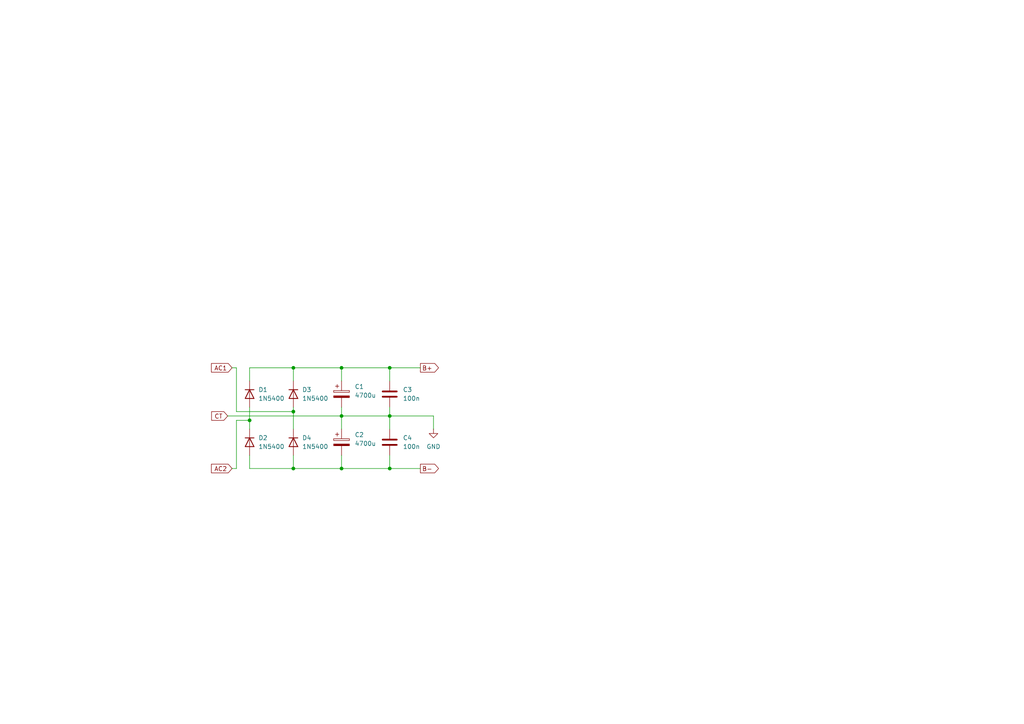
<source format=kicad_sch>
(kicad_sch (version 20231120) (generator "eeschema") (generator_version "8.0")
  (paper "A4")
  (lib_symbols
    (symbol "Device:C" (pin_numbers hide) (pin_names (offset 0.254))
      (property "Reference" "C" (at 0.635 2.54 0))
      (property "Value" "C" (at 0.635 -2.54 0))
      (symbol "C_0_1"
        (polyline (pts (xy -2.032 -0.762) (xy 2.032 -0.762)) (stroke (width 0.508)))
        (polyline (pts (xy -2.032 0.762) (xy 2.032 0.762)) (stroke (width 0.508)))
      )
      (symbol "C_1_1"
        (pin passive line (at 0 3.81 270) (length 2.794) (name "~") (number "1"))
        (pin passive line (at 0 -3.81 90) (length 2.794) (name "~") (number "2"))
      )
    )
    (symbol "Device:C_Polarized" (pin_numbers hide) (pin_names (offset 0.254))
      (property "Reference" "C" (at 0.635 2.54 0))
      (property "Value" "C_Polarized" (at 0.635 -2.54 0))
      (symbol "C_Polarized_0_1"
        (rectangle (start -2.286 0.508) (end 2.286 1.016))
        (polyline (pts (xy -1.778 2.286) (xy -0.762 2.286)))
        (polyline (pts (xy -1.27 2.794) (xy -1.27 1.778)))
        (rectangle (start 2.286 -0.508) (end -2.286 -1.016) (fill (type outline)))
      )
      (symbol "C_Polarized_1_1"
        (pin passive line (at 0 3.81 270) (length 2.794) (name "~") (number "1"))
        (pin passive line (at 0 -3.81 90) (length 2.794) (name "~") (number "2"))
      )
    )
    (symbol "Diode:1N5400" (pin_numbers hide) (pin_names hide)
      (property "Reference" "D" (at 0 2.54 0))
      (property "Value" "1N5400" (at 0 -2.54 0))
      (symbol "1N5400_0_1"
        (polyline (pts (xy -1.27 1.27) (xy -1.27 -1.27)) (stroke (width 0.254)))
        (polyline (pts (xy 1.27 0) (xy -1.27 0)))
        (polyline (pts (xy 1.27 1.27) (xy 1.27 -1.27) (xy -1.27 0) (xy 1.27 1.27)) (stroke (width 0.254)))
      )
      (symbol "1N5400_1_1"
        (pin passive line (at -3.81 0 0) (length 2.54) (name "K") (number "1"))
        (pin passive line (at 3.81 0 180) (length 2.54) (name "A") (number "2"))
      )
    )
    (symbol "power:GND" (power) (pin_numbers hide) (pin_names (offset 0) hide)
      (property "Value" "GND" (at 0 -3.81 0))
      (symbol "GND_0_1"
        (polyline (pts (xy 0 0) (xy 0 -1.27) (xy 1.27 -1.27) (xy 0 -2.54) (xy -1.27 -1.27) (xy 0 -1.27)))
      )
      (symbol "GND_1_1"
        (pin power_in line (at 0 0 270) (length 0) (name "~") (number "1"))
      )
    )
  )
  (junction (at 99.06 106.68))
  (junction (at 99.06 120.65))
  (junction (at 113.03 135.89))
  (junction (at 85.09 106.68))
  (junction (at 113.03 106.68))
  (junction (at 72.39 121.92))
  (junction (at 85.09 119.38))
  (junction (at 85.09 135.89))
  (junction (at 99.06 135.89))
  (junction (at 113.03 120.65))
  (wire (pts (xy 68.58 119.38) (xy 85.09 119.38)))
  (wire (pts (xy 66.04 120.65) (xy 99.06 120.65)))
  (wire (pts (xy 99.06 132.08) (xy 99.06 135.89)))
  (wire (pts (xy 85.09 132.08) (xy 85.09 135.89)))
  (wire (pts (xy 99.06 118.11) (xy 99.06 120.65)))
  (wire (pts (xy 72.39 135.89) (xy 72.39 132.08)))
  (wire (pts (xy 67.31 106.68) (xy 68.58 106.68)))
  (wire (pts (xy 113.03 106.68) (xy 121.92 106.68)))
  (wire (pts (xy 125.73 120.65) (xy 125.73 124.46)))
  (wire (pts (xy 85.09 118.11) (xy 85.09 119.38)))
  (wire (pts (xy 85.09 106.68) (xy 85.09 110.49)))
  (wire (pts (xy 85.09 106.68) (xy 99.06 106.68)))
  (wire (pts (xy 67.31 135.89) (xy 68.58 135.89)))
  (wire (pts (xy 85.09 119.38) (xy 85.09 124.46)))
  (wire (pts (xy 68.58 135.89) (xy 68.58 121.92)))
  (wire (pts (xy 68.58 106.68) (xy 68.58 119.38)))
  (wire (pts (xy 113.03 132.08) (xy 113.03 135.89)))
  (wire (pts (xy 72.39 118.11) (xy 72.39 121.92)))
  (wire (pts (xy 113.03 118.11) (xy 113.03 120.65)))
  (wire (pts (xy 72.39 121.92) (xy 72.39 124.46)))
  (wire (pts (xy 113.03 135.89) (xy 99.06 135.89)))
  (wire (pts (xy 99.06 135.89) (xy 85.09 135.89)))
  (wire (pts (xy 99.06 120.65) (xy 99.06 124.46)))
  (wire (pts (xy 113.03 120.65) (xy 125.73 120.65)))
  (wire (pts (xy 113.03 106.68) (xy 113.03 110.49)))
  (wire (pts (xy 72.39 106.68) (xy 72.39 110.49)))
  (wire (pts (xy 113.03 120.65) (xy 113.03 124.46)))
  (wire (pts (xy 99.06 106.68) (xy 113.03 106.68)))
  (wire (pts (xy 72.39 106.68) (xy 85.09 106.68)))
  (wire (pts (xy 68.58 121.92) (xy 72.39 121.92)))
  (wire (pts (xy 99.06 110.49) (xy 99.06 106.68)))
  (wire (pts (xy 99.06 120.65) (xy 113.03 120.65)))
  (wire (pts (xy 72.39 135.89) (xy 85.09 135.89)))
  (wire (pts (xy 113.03 135.89) (xy 121.92 135.89)))
  (global_label "CT" (shape input) (at 66.04 120.65 180) (property "Intersheetrefs" "${INTERSHEET_REFS}" (effects (hide yes))))
  (global_label "B+" (shape output) (at 121.92 106.68 0) (property "Intersheetrefs" "${INTERSHEET_REFS}" (effects (hide yes))))
  (global_label "AC1" (shape input) (at 67.31 106.68 180) (property "Intersheetrefs" "${INTERSHEET_REFS}" (effects (hide yes))))
  (global_label "AC2" (shape input) (at 67.31 135.89 180) (property "Intersheetrefs" "${INTERSHEET_REFS}" (effects (hide yes))))
  (global_label "B-" (shape output) (at 121.92 135.89 0) (property "Intersheetrefs" "${INTERSHEET_REFS}" (effects (hide yes))))
  (symbol (lib_id "power:GND") (at 125.73 124.46 0) (unit 1)
    (property "Reference" "#PWR01" (effects (hide yes)))
    (property "Value" "GND" (at 125.73 129.54 0))
    (property "Description" "Power symbol creates a global label with name \"GND\" , ground" (effects (hide yes)))
  )
  (symbol (lib_id "Device:C_Polarized") (at 99.06 114.3 0) (unit 1)
    (property "Reference" "C1" (at 102.87 112.1409 0) (effects (justify left)))
    (property "Value" "4700u" (at 102.87 114.6809 0) (effects (justify left)))
    (property "Footprint" "Capacitor_THT:CP_Radial_D18.0mm_P7.50mm" (effects (hide yes)))
    (property "Description" "Polarized capacitor" (effects (hide yes)))
  )
  (symbol (lib_id "Diode:1N5400") (at 72.39 128.27 270) (unit 1)
    (property "Reference" "D2" (at 74.93 126.9999 90) (effects (justify left)))
    (property "Value" "1N5400" (at 74.93 129.5399 90) (effects (justify left)))
    (property "Footprint" "Diode_THT:D_DO-201AD_P15.24mm_Horizontal" (effects (hide yes)))
    (property "Datasheet" "http://www.vishay.com/docs/88516/1n5400.pdf" (effects (hide yes)))
    (property "Description" "50V 3A General Purpose Rectifier Diode, DO-201AD" (effects (hide yes)))
    (property "Sim.Device" "D" (effects (hide yes)))
    (property "Sim.Pins" "1=K 2=A" (effects (hide yes)))
  )
  (symbol (lib_id "Device:C_Polarized") (at 99.06 128.27 0) (unit 1)
    (property "Reference" "C2" (at 102.87 126.1109 0) (effects (justify left)))
    (property "Value" "4700u" (at 102.87 128.6509 0) (effects (justify left)))
    (property "Footprint" "Capacitor_THT:CP_Radial_D18.0mm_P7.50mm" (effects (hide yes)))
    (property "Description" "Polarized capacitor" (effects (hide yes)))
  )
  (symbol (lib_id "Diode:1N5400") (at 85.09 128.27 270) (unit 1)
    (property "Reference" "D4" (at 87.63 126.9999 90) (effects (justify left)))
    (property "Value" "1N5400" (at 87.63 129.5399 90) (effects (justify left)))
    (property "Footprint" "Diode_THT:D_DO-201AD_P15.24mm_Horizontal" (effects (hide yes)))
    (property "Datasheet" "http://www.vishay.com/docs/88516/1n5400.pdf" (effects (hide yes)))
    (property "Description" "50V 3A General Purpose Rectifier Diode, DO-201AD" (effects (hide yes)))
    (property "Sim.Device" "D" (effects (hide yes)))
    (property "Sim.Pins" "1=K 2=A" (effects (hide yes)))
  )
  (symbol (lib_id "Device:C") (at 113.03 114.3 0) (unit 1)
    (property "Reference" "C3" (at 116.84 113.0299 0) (effects (justify left)))
    (property "Value" "100n" (at 116.84 115.5699 0) (effects (justify left)))
    (property "Description" "Unpolarized capacitor" (effects (hide yes)))
  )
  (symbol (lib_id "Diode:1N5400") (at 85.09 114.3 270) (unit 1)
    (property "Reference" "D3" (at 87.63 113.0299 90) (effects (justify left)))
    (property "Value" "1N5400" (at 87.63 115.5699 90) (effects (justify left)))
    (property "Footprint" "Diode_THT:D_DO-201AD_P15.24mm_Horizontal" (effects (hide yes)))
    (property "Datasheet" "http://www.vishay.com/docs/88516/1n5400.pdf" (effects (hide yes)))
    (property "Description" "50V 3A General Purpose Rectifier Diode, DO-201AD" (effects (hide yes)))
    (property "Sim.Device" "D" (effects (hide yes)))
    (property "Sim.Pins" "1=K 2=A" (effects (hide yes)))
  )
  (symbol (lib_id "Device:C") (at 113.03 128.27 0) (unit 1)
    (property "Reference" "C4" (at 116.84 126.9999 0) (effects (justify left)))
    (property "Value" "100n" (at 116.84 129.5399 0) (effects (justify left)))
    (property "Description" "Unpolarized capacitor" (effects (hide yes)))
  )
  (symbol (lib_id "Diode:1N5400") (at 72.39 114.3 270) (unit 1)
    (property "Reference" "D1" (at 74.93 113.0299 90) (effects (justify left)))
    (property "Value" "1N5400" (at 74.93 115.5699 90) (effects (justify left)))
    (property "Footprint" "Diode_THT:D_DO-201AD_P15.24mm_Horizontal" (effects (hide yes)))
    (property "Datasheet" "http://www.vishay.com/docs/88516/1n5400.pdf" (effects (hide yes)))
    (property "Description" "50V 3A General Purpose Rectifier Diode, DO-201AD" (effects (hide yes)))
    (property "Sim.Device" "D" (effects (hide yes)))
    (property "Sim.Pins" "1=K 2=A" (effects (hide yes)))
  )
)
</source>
